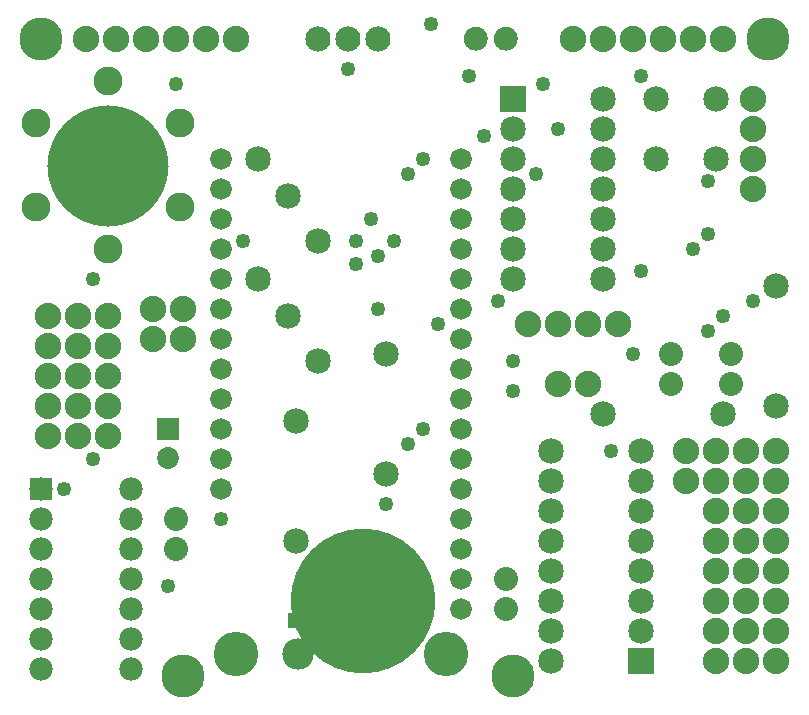
<source format=gbs>
G04 MADE WITH FRITZING*
G04 WWW.FRITZING.ORG*
G04 DOUBLE SIDED*
G04 HOLES PLATED*
G04 CONTOUR ON CENTER OF CONTOUR VECTOR*
%ASAXBY*%
%FSLAX23Y23*%
%MOIN*%
%OFA0B0*%
%SFA1.0B1.0*%
%ADD10C,0.049370*%
%ADD11C,0.088000*%
%ADD12C,0.096000*%
%ADD13C,0.085000*%
%ADD14C,0.080000*%
%ADD15C,0.072992*%
%ADD16C,0.084000*%
%ADD17C,0.148425*%
%ADD18C,0.105000*%
%ADD19C,0.061496*%
%ADD20C,0.072000*%
%ADD21C,0.077559*%
%ADD22C,0.143858*%
%ADD23C,0.403700*%
%ADD24C,0.482440*%
%ADD25R,0.072992X0.072992*%
%ADD26R,0.085000X0.085000*%
%ADD27R,0.077559X0.077559*%
%ADD28C,0.039783*%
%ADD29R,0.001000X0.001000*%
%LNMASK0*%
G90*
G70*
G54D10*
X175Y707D03*
X274Y1407D03*
G54D11*
X249Y2207D03*
X349Y2207D03*
X449Y2207D03*
X549Y2207D03*
X649Y2207D03*
X749Y2207D03*
G54D10*
X1249Y657D03*
X1275Y1532D03*
X1999Y833D03*
X2074Y1158D03*
X548Y2058D03*
X774Y1532D03*
G54D12*
X324Y2067D03*
X564Y1927D03*
X324Y1507D03*
X84Y1647D03*
X564Y1647D03*
X84Y1927D03*
G54D10*
X2099Y2082D03*
X1399Y2257D03*
X1149Y1532D03*
X1199Y1607D03*
X1774Y2057D03*
X1525Y2082D03*
X1575Y1883D03*
X1124Y2107D03*
X1824Y1907D03*
X1749Y1757D03*
X2274Y1507D03*
X2374Y1282D03*
X2324Y1557D03*
X2324Y1232D03*
X2099Y1432D03*
X2474Y1332D03*
X2324Y1732D03*
G54D13*
X2374Y957D03*
X1974Y957D03*
X2549Y1382D03*
X2549Y982D03*
G54D14*
X2199Y1157D03*
X2199Y1057D03*
X2399Y1157D03*
X2399Y1057D03*
G54D11*
X2249Y732D03*
X2249Y832D03*
G54D13*
X2149Y1807D03*
X2349Y1807D03*
X2149Y2007D03*
X2349Y2007D03*
X1249Y757D03*
X1249Y1157D03*
X949Y532D03*
X949Y932D03*
G54D15*
X524Y907D03*
X524Y809D03*
G54D16*
X1024Y2207D03*
X1124Y2207D03*
X1224Y2207D03*
G54D11*
X124Y1282D03*
X224Y1282D03*
X324Y1282D03*
G54D17*
X1449Y157D03*
G54D18*
X957Y158D03*
G54D19*
X969Y268D03*
G54D20*
X1499Y1807D03*
X1499Y1707D03*
X1499Y1607D03*
X1499Y1507D03*
X1499Y1407D03*
X1499Y1307D03*
X1499Y1207D03*
X1499Y1107D03*
X1499Y1007D03*
G54D17*
X749Y157D03*
G54D20*
X1499Y907D03*
X1499Y807D03*
X1499Y707D03*
X1499Y607D03*
X1499Y507D03*
X1499Y407D03*
X1499Y307D03*
X699Y707D03*
X699Y807D03*
X699Y907D03*
X699Y1007D03*
X699Y1107D03*
X699Y1207D03*
X699Y1307D03*
X699Y1407D03*
X699Y1507D03*
X699Y1607D03*
X699Y1707D03*
X699Y1807D03*
G54D19*
X1229Y268D03*
G54D18*
X1241Y158D03*
G54D10*
X1149Y1457D03*
G54D11*
X1924Y1057D03*
X1824Y1057D03*
G54D10*
X1424Y1257D03*
X1224Y1307D03*
X524Y383D03*
X274Y807D03*
G54D11*
X1874Y2207D03*
X1974Y2207D03*
X2074Y2207D03*
X2174Y2207D03*
X2274Y2207D03*
X2374Y2207D03*
X2549Y132D03*
X2549Y232D03*
X2549Y332D03*
X2549Y432D03*
X2549Y532D03*
X2549Y632D03*
X2549Y732D03*
X2549Y832D03*
X2449Y132D03*
X2449Y232D03*
X2449Y332D03*
X2449Y432D03*
X2449Y532D03*
X2449Y632D03*
X2449Y732D03*
X2449Y832D03*
X2349Y132D03*
X2349Y232D03*
X2349Y332D03*
X2349Y432D03*
X2349Y532D03*
X2349Y632D03*
X2349Y732D03*
X2349Y832D03*
X1724Y1257D03*
X1824Y1257D03*
X1924Y1257D03*
X2024Y1257D03*
X2474Y2007D03*
X2474Y1907D03*
X2474Y1807D03*
X2474Y1707D03*
G54D13*
X1674Y2007D03*
X1974Y2007D03*
X1674Y1907D03*
X1974Y1907D03*
X1674Y1807D03*
X1974Y1807D03*
X1674Y1707D03*
X1974Y1707D03*
X1674Y1607D03*
X1974Y1607D03*
X1674Y1507D03*
X1974Y1507D03*
X1674Y1407D03*
X1974Y1407D03*
X2099Y132D03*
X1799Y132D03*
X2099Y232D03*
X1799Y232D03*
X2099Y332D03*
X1799Y332D03*
X2099Y432D03*
X1799Y432D03*
X2099Y532D03*
X1799Y532D03*
X2099Y632D03*
X1799Y632D03*
X2099Y732D03*
X1799Y732D03*
X2099Y832D03*
X1799Y832D03*
G54D14*
X549Y607D03*
X549Y507D03*
X1649Y407D03*
X1649Y307D03*
G54D10*
X1224Y1482D03*
X1374Y1807D03*
X1374Y907D03*
X1324Y857D03*
X1324Y1757D03*
X1624Y1332D03*
X1674Y1032D03*
X1674Y1132D03*
G54D13*
X824Y1807D03*
X824Y1407D03*
X924Y1282D03*
X924Y1682D03*
X1024Y1132D03*
X1024Y1532D03*
G54D11*
X574Y1307D03*
X474Y1307D03*
X574Y1207D03*
X474Y1207D03*
G54D21*
X99Y707D03*
X399Y707D03*
X99Y607D03*
X399Y607D03*
X99Y507D03*
X399Y507D03*
X99Y407D03*
X399Y407D03*
X99Y307D03*
X399Y307D03*
X99Y207D03*
X399Y207D03*
X99Y107D03*
X399Y107D03*
G54D11*
X224Y1182D03*
X224Y1082D03*
X224Y982D03*
X224Y882D03*
X124Y1182D03*
X124Y1082D03*
X124Y982D03*
X124Y882D03*
X324Y1182D03*
X324Y1082D03*
X324Y982D03*
X324Y882D03*
G54D22*
X1674Y82D03*
X574Y82D03*
X2524Y2207D03*
X99Y2207D03*
G54D23*
X324Y1782D03*
G54D24*
X1174Y332D03*
G54D10*
X699Y607D03*
G54D25*
X524Y907D03*
G54D26*
X1674Y2007D03*
X2099Y132D03*
G54D27*
X99Y707D03*
G54D28*
G36*
X925Y190D02*
X990Y190D01*
X990Y125D01*
X925Y125D01*
X925Y190D01*
G37*
D02*
G36*
X1208Y190D02*
X1274Y190D01*
X1274Y125D01*
X1208Y125D01*
X1208Y190D01*
G37*
D02*
G54D29*
X1542Y2247D02*
X1555Y2247D01*
X1642Y2247D02*
X1655Y2247D01*
X1538Y2246D02*
X1559Y2246D01*
X1638Y2246D02*
X1659Y2246D01*
X1535Y2245D02*
X1562Y2245D01*
X1635Y2245D02*
X1662Y2245D01*
X1532Y2244D02*
X1565Y2244D01*
X1632Y2244D02*
X1665Y2244D01*
X1530Y2243D02*
X1567Y2243D01*
X1630Y2243D02*
X1667Y2243D01*
X1529Y2242D02*
X1568Y2242D01*
X1629Y2242D02*
X1668Y2242D01*
X1527Y2241D02*
X1570Y2241D01*
X1627Y2241D02*
X1670Y2241D01*
X1526Y2240D02*
X1571Y2240D01*
X1626Y2240D02*
X1671Y2240D01*
X1524Y2239D02*
X1573Y2239D01*
X1624Y2239D02*
X1673Y2239D01*
X1523Y2238D02*
X1574Y2238D01*
X1623Y2238D02*
X1674Y2238D01*
X1522Y2237D02*
X1575Y2237D01*
X1622Y2237D02*
X1675Y2237D01*
X1521Y2236D02*
X1576Y2236D01*
X1621Y2236D02*
X1676Y2236D01*
X1520Y2235D02*
X1577Y2235D01*
X1620Y2235D02*
X1677Y2235D01*
X1519Y2234D02*
X1578Y2234D01*
X1619Y2234D02*
X1678Y2234D01*
X1518Y2233D02*
X1579Y2233D01*
X1618Y2233D02*
X1679Y2233D01*
X1517Y2232D02*
X1580Y2232D01*
X1617Y2232D02*
X1680Y2232D01*
X1517Y2231D02*
X1580Y2231D01*
X1617Y2231D02*
X1680Y2231D01*
X1516Y2230D02*
X1581Y2230D01*
X1616Y2230D02*
X1681Y2230D01*
X1515Y2229D02*
X1582Y2229D01*
X1615Y2229D02*
X1682Y2229D01*
X1515Y2228D02*
X1582Y2228D01*
X1615Y2228D02*
X1682Y2228D01*
X1514Y2227D02*
X1583Y2227D01*
X1614Y2227D02*
X1683Y2227D01*
X1514Y2226D02*
X1584Y2226D01*
X1614Y2226D02*
X1683Y2226D01*
X1513Y2225D02*
X1584Y2225D01*
X1613Y2225D02*
X1684Y2225D01*
X1513Y2224D02*
X1584Y2224D01*
X1613Y2224D02*
X1684Y2224D01*
X1512Y2223D02*
X1585Y2223D01*
X1612Y2223D02*
X1685Y2223D01*
X1512Y2222D02*
X1585Y2222D01*
X1612Y2222D02*
X1685Y2222D01*
X1511Y2221D02*
X1586Y2221D01*
X1611Y2221D02*
X1686Y2221D01*
X1511Y2220D02*
X1586Y2220D01*
X1611Y2220D02*
X1686Y2220D01*
X1511Y2219D02*
X1586Y2219D01*
X1611Y2219D02*
X1686Y2219D01*
X1510Y2218D02*
X1587Y2218D01*
X1610Y2218D02*
X1687Y2218D01*
X1510Y2217D02*
X1587Y2217D01*
X1610Y2217D02*
X1687Y2217D01*
X1510Y2216D02*
X1587Y2216D01*
X1610Y2216D02*
X1687Y2216D01*
X1510Y2215D02*
X1587Y2215D01*
X1610Y2215D02*
X1687Y2215D01*
X1510Y2214D02*
X1587Y2214D01*
X1610Y2214D02*
X1687Y2214D01*
X1509Y2213D02*
X1588Y2213D01*
X1609Y2213D02*
X1688Y2213D01*
X1509Y2212D02*
X1588Y2212D01*
X1609Y2212D02*
X1688Y2212D01*
X1509Y2211D02*
X1588Y2211D01*
X1609Y2211D02*
X1688Y2211D01*
X1509Y2210D02*
X1588Y2210D01*
X1609Y2210D02*
X1688Y2210D01*
X1509Y2209D02*
X1588Y2209D01*
X1609Y2209D02*
X1688Y2209D01*
X1509Y2208D02*
X1588Y2208D01*
X1609Y2208D02*
X1688Y2208D01*
X1509Y2207D02*
X1588Y2207D01*
X1609Y2207D02*
X1688Y2207D01*
X1509Y2206D02*
X1588Y2206D01*
X1609Y2206D02*
X1688Y2206D01*
X1509Y2205D02*
X1588Y2205D01*
X1609Y2205D02*
X1688Y2205D01*
X1509Y2204D02*
X1588Y2204D01*
X1609Y2204D02*
X1688Y2204D01*
X1509Y2203D02*
X1588Y2203D01*
X1609Y2203D02*
X1688Y2203D01*
X1510Y2202D02*
X1587Y2202D01*
X1610Y2202D02*
X1687Y2202D01*
X1510Y2201D02*
X1587Y2201D01*
X1610Y2201D02*
X1687Y2201D01*
X1510Y2200D02*
X1587Y2200D01*
X1610Y2200D02*
X1687Y2200D01*
X1510Y2199D02*
X1587Y2199D01*
X1610Y2199D02*
X1687Y2199D01*
X1510Y2198D02*
X1587Y2198D01*
X1610Y2198D02*
X1687Y2198D01*
X1511Y2197D02*
X1586Y2197D01*
X1611Y2197D02*
X1686Y2197D01*
X1511Y2196D02*
X1586Y2196D01*
X1611Y2196D02*
X1686Y2196D01*
X1511Y2195D02*
X1586Y2195D01*
X1611Y2195D02*
X1686Y2195D01*
X1511Y2194D02*
X1586Y2194D01*
X1611Y2194D02*
X1686Y2194D01*
X1512Y2193D02*
X1585Y2193D01*
X1612Y2193D02*
X1685Y2193D01*
X1512Y2192D02*
X1585Y2192D01*
X1612Y2192D02*
X1685Y2192D01*
X1513Y2191D02*
X1584Y2191D01*
X1613Y2191D02*
X1684Y2191D01*
X1513Y2190D02*
X1584Y2190D01*
X1613Y2190D02*
X1684Y2190D01*
X1514Y2189D02*
X1583Y2189D01*
X1614Y2189D02*
X1683Y2189D01*
X1514Y2188D02*
X1583Y2188D01*
X1614Y2188D02*
X1683Y2188D01*
X1515Y2187D02*
X1582Y2187D01*
X1615Y2187D02*
X1682Y2187D01*
X1516Y2186D02*
X1582Y2186D01*
X1616Y2186D02*
X1681Y2186D01*
X1516Y2185D02*
X1581Y2185D01*
X1616Y2185D02*
X1681Y2185D01*
X1517Y2184D02*
X1580Y2184D01*
X1617Y2184D02*
X1680Y2184D01*
X1518Y2183D02*
X1579Y2183D01*
X1618Y2183D02*
X1679Y2183D01*
X1518Y2182D02*
X1579Y2182D01*
X1618Y2182D02*
X1679Y2182D01*
X1519Y2181D02*
X1578Y2181D01*
X1619Y2181D02*
X1678Y2181D01*
X1520Y2180D02*
X1577Y2180D01*
X1620Y2180D02*
X1677Y2180D01*
X1521Y2179D02*
X1576Y2179D01*
X1621Y2179D02*
X1676Y2179D01*
X1522Y2178D02*
X1575Y2178D01*
X1622Y2178D02*
X1675Y2178D01*
X1523Y2177D02*
X1574Y2177D01*
X1623Y2177D02*
X1674Y2177D01*
X1525Y2176D02*
X1572Y2176D01*
X1625Y2176D02*
X1672Y2176D01*
X1526Y2175D02*
X1571Y2175D01*
X1626Y2175D02*
X1671Y2175D01*
X1528Y2174D02*
X1569Y2174D01*
X1628Y2174D02*
X1669Y2174D01*
X1529Y2173D02*
X1568Y2173D01*
X1629Y2173D02*
X1668Y2173D01*
X1531Y2172D02*
X1566Y2172D01*
X1631Y2172D02*
X1666Y2172D01*
X1533Y2171D02*
X1564Y2171D01*
X1633Y2171D02*
X1664Y2171D01*
X1536Y2170D02*
X1561Y2170D01*
X1636Y2170D02*
X1661Y2170D01*
X1539Y2169D02*
X1558Y2169D01*
X1639Y2169D02*
X1658Y2169D01*
X1545Y2168D02*
X1552Y2168D01*
X1645Y2168D02*
X1652Y2168D01*
X964Y294D02*
X973Y294D01*
X1224Y294D02*
X1233Y294D01*
X923Y293D02*
X994Y293D01*
X1203Y293D02*
X1274Y293D01*
X923Y292D02*
X994Y292D01*
X1203Y292D02*
X1274Y292D01*
X923Y291D02*
X994Y291D01*
X1203Y291D02*
X1274Y291D01*
X923Y290D02*
X994Y290D01*
X1203Y290D02*
X1274Y290D01*
X923Y289D02*
X994Y289D01*
X1203Y289D02*
X1274Y289D01*
X923Y288D02*
X994Y288D01*
X1203Y288D02*
X1274Y288D01*
X923Y287D02*
X994Y287D01*
X1203Y287D02*
X1274Y287D01*
X923Y286D02*
X994Y286D01*
X1203Y286D02*
X1274Y286D01*
X923Y285D02*
X994Y285D01*
X1203Y285D02*
X1274Y285D01*
X923Y284D02*
X994Y284D01*
X1203Y284D02*
X1274Y284D01*
X923Y283D02*
X963Y283D01*
X975Y283D02*
X994Y283D01*
X1203Y283D02*
X1222Y283D01*
X1235Y283D02*
X1274Y283D01*
X923Y282D02*
X960Y282D01*
X977Y282D02*
X994Y282D01*
X1203Y282D02*
X1220Y282D01*
X1237Y282D02*
X1274Y282D01*
X923Y281D02*
X959Y281D01*
X978Y281D02*
X994Y281D01*
X1203Y281D02*
X1219Y281D01*
X1238Y281D02*
X1274Y281D01*
X923Y280D02*
X958Y280D01*
X980Y280D02*
X994Y280D01*
X1203Y280D02*
X1218Y280D01*
X1239Y280D02*
X1274Y280D01*
X923Y279D02*
X957Y279D01*
X981Y279D02*
X994Y279D01*
X1203Y279D02*
X1217Y279D01*
X1240Y279D02*
X1274Y279D01*
X923Y278D02*
X956Y278D01*
X981Y278D02*
X994Y278D01*
X1203Y278D02*
X1216Y278D01*
X1241Y278D02*
X1274Y278D01*
X923Y277D02*
X955Y277D01*
X982Y277D02*
X994Y277D01*
X1203Y277D02*
X1215Y277D01*
X1242Y277D02*
X1274Y277D01*
X923Y276D02*
X954Y276D01*
X983Y276D02*
X994Y276D01*
X1203Y276D02*
X1214Y276D01*
X1243Y276D02*
X1274Y276D01*
X923Y275D02*
X954Y275D01*
X983Y275D02*
X994Y275D01*
X1203Y275D02*
X1214Y275D01*
X1243Y275D02*
X1274Y275D01*
X923Y274D02*
X953Y274D01*
X984Y274D02*
X994Y274D01*
X1203Y274D02*
X1213Y274D01*
X1244Y274D02*
X1274Y274D01*
X923Y273D02*
X953Y273D01*
X984Y273D02*
X994Y273D01*
X1203Y273D02*
X1213Y273D01*
X1244Y273D02*
X1274Y273D01*
X923Y272D02*
X953Y272D01*
X984Y272D02*
X994Y272D01*
X1203Y272D02*
X1213Y272D01*
X1244Y272D02*
X1274Y272D01*
X923Y271D02*
X953Y271D01*
X985Y271D02*
X994Y271D01*
X1203Y271D02*
X1213Y271D01*
X1244Y271D02*
X1274Y271D01*
X923Y270D02*
X953Y270D01*
X985Y270D02*
X994Y270D01*
X1203Y270D02*
X1213Y270D01*
X1245Y270D02*
X1274Y270D01*
X923Y269D02*
X952Y269D01*
X985Y269D02*
X994Y269D01*
X1203Y269D02*
X1213Y269D01*
X1245Y269D02*
X1274Y269D01*
X923Y268D02*
X952Y268D01*
X985Y268D02*
X994Y268D01*
X1203Y268D02*
X1212Y268D01*
X1245Y268D02*
X1274Y268D01*
X923Y267D02*
X953Y267D01*
X985Y267D02*
X994Y267D01*
X1203Y267D02*
X1213Y267D01*
X1245Y267D02*
X1274Y267D01*
X923Y266D02*
X953Y266D01*
X985Y266D02*
X994Y266D01*
X1203Y266D02*
X1213Y266D01*
X1245Y266D02*
X1274Y266D01*
X923Y265D02*
X953Y265D01*
X984Y265D02*
X994Y265D01*
X1203Y265D02*
X1213Y265D01*
X1244Y265D02*
X1274Y265D01*
X923Y264D02*
X953Y264D01*
X984Y264D02*
X994Y264D01*
X1203Y264D02*
X1213Y264D01*
X1244Y264D02*
X1274Y264D01*
X923Y263D02*
X953Y263D01*
X984Y263D02*
X994Y263D01*
X1203Y263D02*
X1213Y263D01*
X1244Y263D02*
X1274Y263D01*
X923Y262D02*
X954Y262D01*
X984Y262D02*
X994Y262D01*
X1203Y262D02*
X1213Y262D01*
X1243Y262D02*
X1274Y262D01*
X923Y261D02*
X954Y261D01*
X983Y261D02*
X994Y261D01*
X1203Y261D02*
X1214Y261D01*
X1243Y261D02*
X1274Y261D01*
X923Y260D02*
X955Y260D01*
X983Y260D02*
X994Y260D01*
X1203Y260D02*
X1215Y260D01*
X1242Y260D02*
X1274Y260D01*
X923Y259D02*
X955Y259D01*
X982Y259D02*
X994Y259D01*
X1203Y259D02*
X1215Y259D01*
X1242Y259D02*
X1274Y259D01*
X923Y258D02*
X956Y258D01*
X981Y258D02*
X994Y258D01*
X1203Y258D02*
X1216Y258D01*
X1241Y258D02*
X1274Y258D01*
X923Y257D02*
X957Y257D01*
X980Y257D02*
X994Y257D01*
X1203Y257D02*
X1217Y257D01*
X1240Y257D02*
X1274Y257D01*
X923Y256D02*
X958Y256D01*
X979Y256D02*
X994Y256D01*
X1203Y256D02*
X1218Y256D01*
X1239Y256D02*
X1274Y256D01*
X923Y255D02*
X960Y255D01*
X978Y255D02*
X994Y255D01*
X1203Y255D02*
X1219Y255D01*
X1238Y255D02*
X1274Y255D01*
X923Y254D02*
X961Y254D01*
X976Y254D02*
X994Y254D01*
X1203Y254D02*
X1221Y254D01*
X1236Y254D02*
X1274Y254D01*
X923Y253D02*
X964Y253D01*
X973Y253D02*
X994Y253D01*
X1203Y253D02*
X1224Y253D01*
X1233Y253D02*
X1274Y253D01*
X923Y252D02*
X994Y252D01*
X1203Y252D02*
X1274Y252D01*
X923Y251D02*
X994Y251D01*
X1203Y251D02*
X1274Y251D01*
X923Y250D02*
X994Y250D01*
X1203Y250D02*
X1274Y250D01*
X923Y249D02*
X994Y249D01*
X1203Y249D02*
X1274Y249D01*
X923Y248D02*
X994Y248D01*
X1203Y248D02*
X1274Y248D01*
X923Y247D02*
X994Y247D01*
X1203Y247D02*
X1274Y247D01*
X923Y246D02*
X994Y246D01*
X1203Y246D02*
X1274Y246D01*
X923Y245D02*
X994Y245D01*
X1203Y245D02*
X1274Y245D01*
X923Y244D02*
X994Y244D01*
X1203Y244D02*
X1274Y244D01*
X923Y243D02*
X994Y243D01*
X1203Y243D02*
X1274Y243D01*
D02*
G04 End of Mask0*
M02*
</source>
